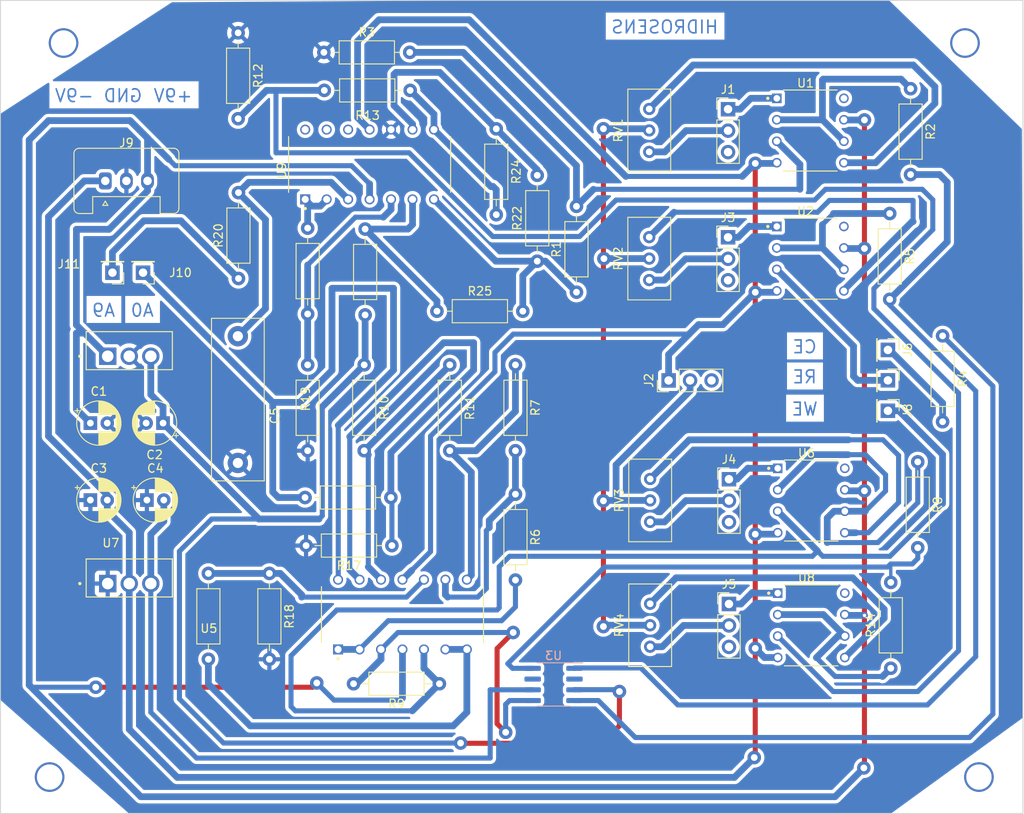
<source format=kicad_pcb>
(kicad_pcb (version 20221018) (generator pcbnew)
  (layers (0 "F.Cu" signal) (31 "B.Cu" signal) (34 "B.Paste" user) (35 "F.Paste" user) (36 "B.SilkS" user "B.Silkscreen") (37 "F.SilkS" user "F.Silkscreen") (38 "B.Mask" user) (39 "F.Mask" user) (44 "Edge.Cuts" user))
  (net 0 "")
  (net 1 "GND")
  (net 2 "Net-(U1-+)")
  (net 3 "t-")
  (net 4 "t+")
  (net 5 "Net-(U9A-+)")
  (net 6 "Net-(J1-Pin_2)")
  (net 7 "Net-(U2--)")
  (net 8 "Net-(J2-Pin_2)")
  (net 9 "Net-(U1--)")
  (net 10 "Net-(J3-Pin_2)")
  (net 11 "Net-(J4-Pin_2)")
  (net 12 "Net-(U5A--)")
  (net 13 "+5V")
  (net 14 "Net-(U5B--)")
  (net 15 "Net-(J7-Pin_1)")
  (net 16 "Net-(J8-Pin_1)")
  (net 17 "Net-(U5C--)")
  (net 18 "Net-(U3--IN)")
  (net 19 "Net-(U3-RANGE)")
  (net 20 "Net-(U6--)")
  (net 21 "Net-(U5D-+)")
  (net 22 "Net-(U5D--)")
  (net 23 "Net-(U3-OUT)")
  (net 24 "op1_2")
  (net 25 "-9V")
  (net 26 "op1_1")
  (net 27 "op2_2")
  (net 28 "op2_1")
  (net 29 "op3_2")
  (net 30 "op3_1")
  (net 31 "op4_2")
  (net 32 "op4_1")
  (net 33 "+9V")
  (net 36 "Net-(U8-+)")
  (net 37 "Net-(U8--)")
  (net 38 "Net-(U5C-+)")
  (net 39 "-5V")
  (net 40 "Net-(U9B-+)")
  (net 41 "Net-(U9A--)")
  (net 42 "Net-(U9C--)")
  (net 43 "Net-(U9B--)")
  (net 49 "Net-(J10-Pin_1)")
  (net 50 "Net-(J11-Pin_1)")
  (net 51 "Net-(J6-Pin_1)")
  (net 52 "Net-(R11-Pad2)")
  (net 53 "Net-(J5-Pin_2)")
  (net 61 "Net-(U3-+IN)")
  (footprint "Connector_PinHeader_2.54mm:PinHeader_1x03_P2.54mm_Vertical" (layer "F.Cu") (at 175.033806 84.209806)
    (fp_text reference "J3")
    (fp_text value "Conn_01x03")
  )
  (footprint "Capacitor_THT:CP_Radial_D5.0mm_P2.00mm" (layer "F.Cu") (at 99.568694 106.192306)
    (fp_text reference "C1")
    (fp_text value "0.3uF")
  )
  (footprint "Potentiometer_THT:Potentiometer_Bourns_3296W_Vertical" (layer "F.Cu") (at 165.703806 84.184806 90)
    (fp_text reference "RV2")
    (fp_text value "R_Potentiometer_Trim")
  )
  (footprint "Capacitor_THT:CP_Radial_D5.0mm_P2.00mm" (layer "F.Cu") (at 106.258694 115.302306)
    (fp_text reference "C4")
    (fp_text value "0.3uF")
  )
  (footprint "Resistor_THT:R_Axial_DIN0207_L6.3mm_D2.5mm_P10.16mm_Horizontal" (layer "F.Cu") (at 142.103806 99.299806 -90)
    (fp_text reference "R11")
    (fp_text value "1K")
  )
  (footprint "Resistor_THT:R_Axial_DIN0207_L6.3mm_D2.5mm_P10.16mm_Horizontal" (layer "F.Cu") (at 113.533806 123.982306 -90)
    (fp_text reference "R16")
    (fp_text value "1K")
  )
  (footprint "lm741:DIP794W45P254L959H508Q8" (layer "F.Cu") (at 184.773806 86.734806)
    (fp_text reference "U2")
    (fp_text value "LM741")
  )
  (footprint "Resistor_THT:R_Axial_DIN0207_L6.3mm_D2.5mm_P10.16mm_Horizontal" (layer "F.Cu") (at 200.423806 95.869806 -90)
    (fp_text reference "R4")
    (fp_text value "2.2K")
  )
  (footprint "Connector_PinHeader_2.54mm:PinHeader_1x03_P2.54mm_Vertical" (layer "F.Cu") (at 167.998806 101.144806 90)
    (fp_text reference "J2")
    (fp_text value "Conn_01x03")
  )
  (footprint "Resistor_THT:R_Axial_DIN0207_L6.3mm_D2.5mm_P10.16mm_Horizontal" (layer "F.Cu") (at 149.873806 99.299806 -90)
    (fp_text reference "R7")
    (fp_text value "1K")
  )
  (footprint "Resistor_THT:R_Axial_DIN0207_L6.3mm_D2.5mm_P10.16mm_Horizontal" (layer "F.Cu") (at 117.053806 60.009806 -90)
    (fp_text reference "R12")
    (fp_text value "4.7K")
  )
  (footprint "Capacitor_THT:C_Rect_L19.0mm_W6.0mm_P15.00mm_MKS4" (layer "F.Cu") (at 117.023806 95.909806 -90)
    (fp_text reference "C5")
    (fp_text value "470nF")
  )
  (footprint "lm741:DIP794W45P254L959H508Q8" (layer "F.Cu") (at 184.882556 115.354806)
    (fp_text reference "U6")
    (fp_text value "LM741")
  )
  (footprint "Resistor_THT:R_Axial_DIN0207_L6.3mm_D2.5mm_P10.16mm_Horizontal" (layer "F.Cu") (at 157.093806 90.699806 90)
    (fp_text reference "R1")
    (fp_text value "4.7K")
  )
  (footprint "Resistor_THT:R_Axial_DIN0207_L6.3mm_D2.5mm_P10.16mm_Horizontal" (layer "F.Cu") (at 147.603806 71.369806 -90)
    (fp_text reference "R24")
    (fp_text value "1K")
  )
  (footprint "Resistor_THT:R_Axial_DIN0207_L6.3mm_D2.5mm_P10.16mm_Horizontal" (layer "F.Cu") (at 149.873806 114.609806 -90)
    (fp_text reference "R6")
    (fp_text value "1K")
  )
  (footprint "Resistor_THT:R_Axial_DIN0207_L6.3mm_D2.5mm_P10.16mm_Horizontal" (layer "F.Cu") (at 124.973806 114.999806)
    (fp_text reference "R15")
    (fp_text value "1.17K")
  )
  (footprint "Resistor_THT:R_Axial_DIN0207_L6.3mm_D2.5mm_P10.16mm_Horizontal" (layer "F.Cu") (at 137.413806 66.819806 180)
    (fp_text reference "R13")
    (fp_text value "4.7K")
  )
  (footprint "Resistor_THT:R_Axial_DIN0207_L6.3mm_D2.5mm_P10.16mm_Horizontal" (layer "F.Cu") (at 135.253806 120.687806 180)
    (fp_text reference "R17")
    (fp_text value "1K")
  )
  (footprint "Connector_PinHeader_2.54mm:PinHeader_1x01_P2.54mm_Vertical" (layer "F.Cu") (at 193.953806 101.134806 -90)
    (fp_text reference "J7" hide)
    (fp_text value "Conn_01x01")
  )
  (footprint "Resistor_THT:R_Axial_DIN0207_L6.3mm_D2.5mm_P10.16mm_Horizontal" (layer "F.Cu") (at 140.583806 92.949806)
    (fp_text reference "R25")
    (fp_text value "330")
  )
  (footprint "Connector_Stocko:Stocko_MKS_1653-6-0-303_1x3_P2.50mm_Vertical" (layer "F.Cu") (at 101.333806 77.529806)
    (fp_text reference "J9")
    (fp_text value "Conn_01x03")
  )
  (footprint "Resistor_THT:R_Axial_DIN0207_L6.3mm_D2.5mm_P10.16mm_Horizontal" (layer "F.Cu") (at 140.873806 137.039806 180)
    (fp_text reference "R9")
    (fp_text value "2.2K")
  )
  (footprint "Resistor_THT:R_Axial_DIN0207_L6.3mm_D2.5mm_P10.16mm_Horizontal" (layer "F.Cu") (at 194.292556 135.204806 90)
    (fp_text reference "R14")
    (fp_text value "10K")
  )
  (footprint "Connector_PinHeader_2.54mm:PinHeader_1x01_P2.54mm_Vertical" (layer "F.Cu") (at 105.801306 88.389806 180)
    (fp_text reference "J10")
    (fp_text value "PIN_A0")
  )
  (footprint "Resistor_THT:R_Axial_DIN0207_L6.3mm_D2.5mm_P10.16mm_Horizontal" (layer "F.Cu") (at 196.633806 66.619806 -90)
    (fp_text reference "R2")
    (fp_text value "10K")
  )
  (footprint "Resistor_THT:R_Axial_DIN0207_L6.3mm_D2.5mm_P10.16mm_Horizontal" (layer "F.Cu") (at 132.083806 93.389806 90)
    (fp_text reference "R23")
    (fp_text value "1K")
  )
  (footprint "Resistor_THT:R_Axial_DIN0207_L6.3mm_D2.5mm_P10.16mm_Horizontal" (layer "F.Cu") (at 120.753806 123.982306 -90)
    (fp_text reference "R18")
    (fp_text value "1K")
  )
  (footprint "Connector_PinHeader_2.54mm:PinHeader_1x01_P2.54mm_Vertical" (layer "F.Cu") (at 193.953806 97.534806 -90)
    (fp_text reference "J6")
    (fp_text value "Conn_01x01")
  )
  (footprint "Potentiometer_THT:Potentiometer_Bourns_3296W_Vertical" (layer "F.Cu") (at 165.812556 127.574806 90)
    (fp_text reference "RV4")
    (fp_text value "R_Potentiometer_Trim")
  )
  (footprint "Resistor_THT:R_Axial_DIN0207_L6.3mm_D2.5mm_P10.16mm_Horizontal" (layer "F.Cu") (at 127.203806 62.319806)
    (fp_text reference "R3")
    (fp_text value "4.7K")
  )
  (footprint "Resistor_THT:R_Axial_DIN0207_L6.3mm_D2.5mm_P10.16mm_Horizontal" (layer "F.Cu") (at 194.163806 81.389806 -90)
    (fp_text reference "R5")
    (fp_text value "10K")
  )
  (footprint "Resistor_THT:R_Axial_DIN0207_L6.3mm_D2.5mm_P10.16mm_Horizontal" (layer "F.Cu") (at 131.973806 99.299806 -90)
    (fp_text reference "R10")
    (fp_text value "3.3K")
  )
  (footprint "Connector_PinHeader_2.54mm:PinHeader_1x01_P2.54mm_Vertical" (layer "F.Cu") (at 102.181306 88.389806 180)
    (fp_text reference "J11")
    (fp_text value "PIN_09")
  )
  (footprint "Capacitor_THT:CP_Radial_D5.0mm_P2.00mm" (layer "F.Cu") (at 99.568694 115.302306)
    (fp_text reference "C3")
    (fp_text value "0.3uF")
  )
  (footprint "lm324:DIP825W47P254L1917H533Q14" (layer "F.Cu") (at 136.503806 128.849806 90)
    (fp_text reference "U5")
    (fp_text value "LM324")
  )
  (footprint "Resistor_THT:R_Axial_DIN0207_L6.3mm_D2.5mm_P10.16mm_Horizontal" (layer "F.Cu") (at 125.283806 83.119806 -90)
    (fp_text reference "R21")
    (fp_text value "2.4K")
  )
  (footprint "Capacitor_THT:CP_Radial_D5.0mm_P2.00mm" (layer "F.Cu") (at 108.168919 106.192306 180)
    (fp_text reference "C2")
    (fp_text value "0.3uF")
  )
  (footprint "lm741:DIP794W45P254L959H508Q8" (layer "F.Cu") (at 184.882556 130.124806)
    (fp_text reference "U8")
    (fp_text value "LM741")
  )
  (footprint "lm324:DIP825W47P254L1917H533Q14" (layer "F.Cu") (at 132.613806 75.587306 90)
    (fp_text reference "U9")
    (fp_text value "LM324")
  )
  (footprint "Connector_PinHeader_2.54mm:PinHeader_1x01_P2.54mm_Vertical" (layer "F.Cu") (at 193.953806 104.734806 -90)
    (fp_text reference "J8")
    (fp_text value "Conn_01x01")
  )
  (footprint "Resistor_THT:R_Axial_DIN0207_L6.3mm_D2.5mm_P10.16mm_Horizontal" (layer "F.Cu") (at 125.283806 99.299806 -90)
    (fp_text reference "R19")
    (fp_text value "1K")
  )
  (footprint "Potentiometer_THT:Potentiometer_Bourns_3296W_Vertical" (layer "F.Cu") (at 165.703806 69.01814 90)
    (fp_text reference "RV1")
    (fp_text value "R_Potentiometer_Trim")
  )
  (footprint "lm741:DIP794W45P254L959H508Q8" (layer "F.Cu") (at 184.773806 71.56814)
    (fp_text reference "U1")
    (fp_text value "LM741")
  )
  (footprint "Potentiometer_THT:Potentiometer_Bourns_3296W_Vertical" (layer "F.Cu") (at 165.812556 112.804806 90)
    (fp_text reference "RV3")
    (fp_text value "R_Potentiometer_Trim")
  )
  (footprint "Connector_PinHeader_2.54mm:PinHeader_1x03_P2.54mm_Vertical" (layer "F.Cu") (at 175.142556 112.829806)
    (fp_text reference "J4")
    (fp_text value "Conn_01x03")
  )
  (footprint "Resistor_THT:R_Axial_DIN0207_L6.3mm_D2.5mm_P10.16mm_Horizontal" (layer "F.Cu") (at 117.093806 89.079806 90)
    (fp_text reference "R20")
    (fp_text value "10K")
  )
  (footprint "Resistor_THT:R_Axial_DIN0207_L6.3mm_D2.5mm_P10.16mm_Horizontal" (layer "F.Cu") (at 152.453806 87.029806 90)
    (fp_text reference "R22")
    (fp_text value "1K")
  )
  (footprint "l7805:TO255P1020X450X2000-3" (layer "F.Cu") (at 104.171306 97.619806)
    (fp_text reference "U4")
    (fp_text value "L7805")
  )
  (footprint "l7805:TO255P1020X450X2000-3" (layer "F.Cu") (at 104.171306 124.519806)
    (fp_text reference "U7")
    (fp_text value "L7905")
  )
  (footprint "Connector_PinHeader_2.54mm:PinHeader_1x03_P2.54mm_Vertical" (layer "F.Cu") (at 175.033806 69.04314)
    (fp_text reference "J1")
    (fp_text value "Conn_01x03")
  )
  (footprint "Resistor_THT:R_Axial_DIN0207_L6.3mm_D2.5mm_P10.16mm_Horizontal" (layer "F.Cu") (at 197.483806 110.781806 -90)
    (fp_text reference "R8")
    (fp_text value "10K")
  )
  (footprint "Connector_PinHeader_2.54mm:PinHeader_1x03_P2.54mm_Vertical" (layer "F.Cu") (at 175.142556 127.599806)
    (fp_text reference "J5")
    (fp_text value "Conn_01x03")
  )
  (footprint "Package_SO:SOIC-8_3.9x4.9mm_P1.27mm" (layer "B.Cu") (at 154.383806 137.119806 180)
    (fp_text reference "U3")
    (fp_text value "AD8138")
  )
  (gr_rect (start 88.923806 56.171806) (end 209.929806 152.388806) (stroke (width 0.1)) (fill none) (layer "Edge.Cuts"))
  (gr_text "WE" (at 185.759035 105.41) (layer "B.Cu") (effects (font (size 1.5 1.5) (thickness 0.1875)) (justify left bottom mirror)))
  (gr_text "A9" (at 102.616 93.726) (layer "B.Cu") (effects (font (size 1.5 1.5) (thickness 0.1875)) (justify left bottom mirror)))
  (gr_text "HIDROSENS" (at 173.99 60.198) (layer "B.Cu") (effects (font (size 1.5 1.5) (thickness 0.1875)) (justify left bottom mirror)))
  (gr_text "-9V" (at 100.076 68.326) (layer "B.Cu") (effects (font (size 1.5 1.5) (thickness 0.1875)) (justify left bottom mirror)))
  (gr_text "GND" (at 105.832178 68.326) (layer "B.Cu") (effects (font (size 1.5 1.5) (thickness 0.1875)) (justify left bottom mirror)))
  (gr_text "A0" (at 107.188 93.726) (layer "B.Cu") (effects (font (size 1.5 1.5) (thickness 0.1875)) (justify left bottom mirror)))
  (gr_text "+9V" (at 111.76 68.326) (layer "B.Cu") (effects (font (size 1.5 1.5) (thickness 0.1875)) (justify left bottom mirror)))
  (gr_text "CE" (at 185.651892 98.044) (layer "B.Cu") (effects (font (size 1.5 1.5) (thickness 0.1875)) (justify left bottom mirror)))
  (gr_text "RE" (at 185.651892 101.6) (layer "B.Cu") (effects (font (size 1.5 1.5) (thickness 0.1875)) (justify left bottom mirror)))
  (via (at 94.742 148.082) (size 3.5) (drill 3) (layers "F.Cu" "B.Cu") (net 0))
  (via (at 204.724 148.082) (size 3.5) (drill 3) (layers "F.Cu" "B.Cu") (net 0))
  (via (at 203.073 61.214) (size 3.5) (drill 3) (layers "F.Cu" "B.Cu") (net 0))
  (via (at 96.393 61.214) (size 3.5) (drill 3) (layers "F.Cu" "B.Cu") (net 0))
  (segment (start 137.363806 62.319806) (end 143.687806 62.319806) (width 0.8) (layer "B.Cu") (net 2))
  (segment (start 159.109806 78.523806) (end 157.093806 80.539806) (width 0.8) (layer "B.Cu") (net 2))
  (segment (start 143.687806 62.319806) (end 157.093806 75.725806) (width 0.8) (layer "B.Cu") (net 2))
  (segment (start 183.533806 75.56814) (end 183.533806 78.523806) (width 0.8) (layer "B.Cu") (net 2))
  (segment (start 157.093806 75.725806) (end 157.093806 80.539806) (width 0.8) (layer "B.Cu") (net 2))
  (segment (start 180.803806 72.83814) (end 183.533806 75.56814) (width 0.8) (layer "B.Cu") (net 2))
  (segment (start 183.533806 78.523806) (end 159.109806 78.523806) (width 0.6) (layer "B.Cu") (net 2))
  (segment (start 146.973806 78.199806) (end 147.233806 78.199806) (width 0.8) (layer "B.Cu") (net 3))
  (segment (start 140.233806 69.639806) (end 140.233806 71.459806) (width 0.8) (layer "B.Cu") (net 3))
  (segment (start 140.233806 71.459806) (end 146.973806 78.199806) (width 0.8) (layer "B.Cu") (net 3))
  (segment (start 147.233806 78.199806) (end 147.603806 78.569806) (width 0.8) (layer "B.Cu") (net 3))
  (segment (start 147.603806 78.569806) (end 147.603806 81.529806) (width 0.8) (layer "B.Cu") (net 3))
  (segment (start 137.413806 66.819806) (end 140.233806 69.639806) (width 0.8) (layer "B.Cu") (net 3))
  (segment (start 157.093806 90.699806) (end 153.423806 87.029806) (width 0.8) (layer "B.Cu") (net 4))
  (segment (start 150.743806 92.949806) (end 150.743806 88.739806) (width 0.8) (layer "B.Cu") (net 4))
  (segment (start 150.743806 88.739806) (end 152.453806 87.029806) (width 0.8) (layer "B.Cu") (net 4))
  (segment (start 140.233806 79.714806) (end 147.548806 87.029806) (width 0.8) (layer "B.Cu") (net 4))
  (segment (start 147.548806 87.029806) (end 152.453806 87.029806) (width 0.8) (layer "B.Cu") (net 4))
  (segment (start 153.423806 87.029806) (end 152.453806 87.029806) (width 0.8) (layer "B.Cu") (net 4))
  (segment (start 130.073806 79.714806) (end 128.058806 77.699806) (width 0.8) (layer "B.Cu") (net 5))
  (segment (start 118.313806 77.699806) (end 117.093806 78.919806) (width 0.8) (layer "B.Cu") (net 5))
  (segment (start 128.058806 77.699806) (end 118.313806 77.699806) (width 0.8) (layer "B.Cu") (net 5))
  (segment (start 120.293806 92.639806) (end 117.023806 95.909806) (width 0.8) (layer "B.Cu") (net 5))
  (segment (start 120.293806 82.119806) (end 120.293806 92.639806) (width 0.8) (layer "B.Cu") (net 5))
  (segment (start 117.093806 78.919806) (end 120.293806 82.119806) (width 0.8) (layer "B.Cu") (net 5))
  (segment (start 170.060472 71.58314) (end 175.033806 71.58314) (width 0.8) (layer "B.Cu") (net 6))
  (segment (start 165.703806 74.09814) (end 167.545472 74.09814) (width 0.8) (layer "B.Cu") (net 6))
  (segment (start 167.545472 74.09814) (end 170.060472 71.58314) (width 0.8) (layer "B.Cu") (net 6))
  (segment (start 180.803806 85.464806) (end 186.203806 85.464806) (width 0.8) (layer "B.Cu") (net 7))
  (segment (start 194.163806 81.389806) (end 187.513806 81.389806) (width 0.8) (layer "B.Cu") (net 7))
  (segment (start 186.203806 82.699806) (end 186.203806 85.464806) (width 0.8) (layer "B.Cu") (net 7))
  (segment (start 187.513806 81.389806) (end 186.203806 82.699806) (width 0.6) (layer "B.Cu") (net 7))
  (segment (start 186.203806 85.464806) (end 188.743806 88.004806) (width 0.8) (layer "B.Cu") (net 7))
  (segment (start 160.283806 114.929806) (end 160.283806 86.789804) (width 0.6) (layer "F.Cu") (net 8))
  (segment (start 160.343804 86.729804) (end 160.343806 86.729804) (width 0.6) (layer "F.Cu") (net 8))
  (segment (start 160.223806 86.609806) (end 160.343804 86.729804) (width 0.6) (layer "F.Cu") (net 8))
  (segment (start 160.283806 86.789804) (end 160.343806 86.729804) (width 0.6) (layer "F.Cu") (net 8))
  (segment (start 160.283806 71.359806) (end 160.283806 86.609806) (width 0.6) (layer "F.Cu") (net 8))
  (segment (start 160.283806 114.929806) (end 160.283806 115.389806) (width 0.6) (layer "F.Cu") (net 8))
  (segment (start 160.283806 130.269804) (end 160.283804 130.269806) (width 0.6) (layer "F.Cu") (net 8))
  (segment (start 160.283806 114.929806) (end 160.283806 130.269804) (width 0.6) (layer "F.Cu") (net 8))
  (via (at 160.343806 86.729804) (size 1.6) (drill 0.8) (layers "F.Cu" "B.Cu") (net 8))
  (via (at 160.283806 71.359806) (size 1.6) (drill 0.8) (layers "F.Cu" "B.Cu") (net 8))
  (via (at 160.283804 130.269806) (size 1.6) (drill 0.8) (layers "F.Cu" "B.Cu") (net 8))
  (via (at 160.283806 115.389806) (size 1.6) (drill 0.8) (layers "F.Cu" "B.Cu") (net 8))
  (segment (start 161.783806 115.344806) (end 160.328806 115.344806) (width 0.8) (layer "B.Cu") (net 8))
  (segment (start 160.348804 86.724806) (end 160.343806 86.729804) (width 0.8) (layer "B.Cu") (net 8))
  (segment (start 160.438804 130.114806) (end 160.283804 130.269806) (width 0.8) (layer "B.Cu") (net 8))
  (segment (start 170.538806 101.144806) (end 170.538806 102.384806) (width 0.8) (layer "B.Cu") (net 8))
  (segment (start 165.505472 71.359806) (end 165.703806 71.55814) (width 0.8) (layer "B.Cu") (net 8))
  (segment (start 160.283806 71.359806) (end 165.505472 71.359806) (width 0.8) (layer "B.Cu") (net 8))
  (segment (start 165.812556 130.114806) (end 160.438804 130.114806) (width 0.8) (layer "B.Cu") (net 8))
  (segment (start 161.783806 111.139806) (end 161.783806 115.344806) (width 0.8) (layer "B.Cu") (net 8))
  (segment (start 165.812556 115.344806) (end 161.783806 115.344806) (width 0.8) (layer "B.Cu") (net 8))
  (segment (start 165.703806 86.724806) (end 160.348804 86.724806) (width 0.8) (layer "B.Cu") (net 8))
  (segment (start 160.328806 115.344806) (end 160.283806 115.389806) (width 0.8) (layer "B.Cu") (net 8))
  (segment (start 170.538806 102.384806) (end 161.783806 111.139806) (width 0.8) (layer "B.Cu") (net 8))
  (segment (start 186.203806 70.29814) (end 188.743806 72.83814) (width 0.8) (layer "B.Cu") (net 9))
  (segment (start 186.203806 65.579806) (end 186.293806 65.489806) (width 0.8) (layer "B.Cu") (net 9))
  (segment (start 180.803806 70.29814) (end 186.203806 70.29814) (width 0.8) (layer "B.Cu") (net 9))
  (segment (start 186.293806 65.489806) (end 195.503806 65.489806) (width 0.8) (layer "B.Cu") (net 9))
  (segment (start 186.203806 70.29814) (end 186.203806 65.579806) (width 0.8) (layer "B.Cu") (net 9))
  (segment (start 195.503806 65.489806) (end 196.633806 66.619806) (width 0.8) (layer "B.Cu") (net 9))
  (segment (start 167.498806 89.264806) (end 170.013806 86.749806) (width 0.8) (layer "B.Cu") (net 10))
  (segment (start 165.703806 89.264806) (end 167.498806 89.264806) (width 0.8) (layer "B.Cu") (net 10))
  (segment (start 170.013806 86.749806) (end 175.033806 86.749806) (width 0.8) (layer "B.Cu") (net 10))
  (segment (start 170.033806 115.369806) (end 175.142556 115.369806) (width 0.8) (layer "B.Cu") (net 11))
  (segment (start 167.518806 117.884806) (end 170.033806 115.369806) (width 0.8) (layer "B.Cu") (net 11))
  (segment (start 165.812556 117.884806) (end 167.518806 117.884806) (width 0.8) (layer "B.Cu") (net 11))
  (segment (start 134.823306 129.577806) (end 131.423806 132.977306) (width 0.6) (layer "B.Cu") (net 12))
  (segment (start 128.883806 132.977306) (end 131.423806 132.977306) (width 0.8) (layer "B.Cu") (net 12))
  (segment (start 148.235806 129.577806) (end 134.823306 129.577806) (width 0.6) (layer "B.Cu") (net 12))
  (segment (start 149.873806 124.769806) (end 149.873806 127.939806) (width 0.6) (layer "B.Cu") (net 12))
  (segment (start 149.873806 127.939806) (end 148.235806 129.577806) (width 0.6) (layer "B.Cu") (net 12))
  (segment (start 143.411306 144.085306) (end 143.381806 144.055806) (width 0.6) (layer "F.Cu") (net 13))
  (segment (start 160.116306 144.085306) (end 143.411306 144.085306) (width 0.6) (layer "F.Cu") (net 13))
  (segment (start 162.177806 137.959806) (end 162.177806 142.023806) (width 0.6) (layer "F.Cu") (net 13))
  (segment (start 162.177806 142.023806) (end 160.116306 144.085306) (width 0.6) (layer "F.Cu") (net 13))
  (via (at 143.381806 144.055806) (size 1.6) (drill 0.8) (layers "F.Cu" "B.Cu") (net 13))
  (via (at 162.177806 137.959806) (size 1.6) (drill 0.8) (layers "F.Cu" "B.Cu") (net 13))
  (segment (start 131.973806 99.299806) (end 127.013806 104.259806) (width 0.8) (layer "B.Cu") (net 13))
  (segment (start 106.721306 102.807306) (end 108.168919 104.254919) (width 0.8) (layer "B.Cu") (net 13))
  (segment (start 106.721306 98.282306) (end 106.721306 102.807306) (width 0.8) (layer "B.Cu") (net 13))
  (segment (start 161.957806 137.739806) (end 162.177806 137.959806) (width 0.6) (layer "B.Cu") (net 13))
  (segment (start 110.107806 121.365806) (end 110.107806 138.833808) (width 0.6) (layer "B.Cu") (net 13))
  (segment (start 156.873806 137.739806) (end 161.957806 137.739806) (width 0.6) (layer "B.Cu") (net 13))
  (segment (start 132.083806 93.389806) (end 132.083806 99.189806) (width 0.8) (layer "B.Cu") (net 13))
  (segment (start 110.107806 138.833808) (end 115.329804 144.055806) (width 0.6) (layer "B.Cu") (net 13))
  (segment (start 126.633307 117.540305) (end 119.516918 117.540305) (width 0.8) (layer "B.Cu") (net 13))
  (segment (start 113.933307 117.540305) (end 110.107806 121.365806) (width 0.6) (layer "B.Cu") (net 13))
  (segment (start 119.516918 117.540305) (end 113.933307 117.540305) (width 0.6) (layer "B.Cu") (net 13))
  (segment (start 115.329804 144.055806) (end 143.381804 144.055806) (width 0.6) (layer "B.Cu") (net 13))
  (segment (start 108.168919 104.254919) (end 108.168919 106.192306) (width 0.8) (layer "B.Cu") (net 13))
  (segment (start 119.516918 117.540305) (end 108.168919 106.192306) (width 0.8) (layer "B.Cu") (net 13))
  (segment (start 127.013806 117.159806) (end 126.633307 117.540305) (width 0.6) (layer "B.Cu") (net 13))
  (segment (start 132.083806 99.189806) (end 131.973806 99.299806) (width 0.8) (layer "B.Cu") (net 13))
  (segment (start 127.013806 104.259806) (end 127.013806 117.159806) (width 0.6) (layer "B.Cu") (net 13))
  (segment (start 156.858806 137.754806) (end 156.873806 137.739806) (width 0.6) (layer "B.Cu") (net 13))
  (segment (start 144.123806 140.409806) (end 144.123806 132.977306) (width 0.8) (layer "B.Cu") (net 14))
  (segment (start 141.583806 132.977306) (end 144.123806 132.977306) (width 0.8) (layer "B.Cu") (net 14))
  (segment (start 113.533806 137.067806) (end 118.489806 142.023806) (width 0.8) (layer "B.Cu") (net 14))
  (segment (start 118.489806 142.023806) (end 142.509806 142.023806) (width 0.8) (layer "B.Cu") (net 14))
  (segment (start 142.509806 142.023806) (end 144.123806 140.409806) (width 0.8) (layer "B.Cu") (net 14))
  (segment (start 113.533806 134.142306) (end 113.533806 137.067806) (width 0.8) (layer "B.Cu") (net 14))
  (segment (start 189.883806 100.641806) (end 190.376806 101.134806) (width 0.8) (layer "B.Cu") (net 15))
  (segment (start 180.803806 88.004806) (end 189.883806 97.084806) (width 0.8) (layer "B.Cu") (net 15))
  (segment (start 190.376806 101.134806) (end 193.953806 101.134806) (width 0.8) (layer "B.Cu") (net 15))
  (segment (start 189.883806 97.084806) (end 189.883806 100.641806) (width 0.8) (layer "B.Cu") (net 15))
  (segment (start 123.823806 140.245806) (end 137.667806 140.245806) (width 0.6) (layer "B.Cu") (net 16))
  (segment (start 185.627057 121.339307) (end 185.008558 121.957806) (width 0.6) (layer "B.Cu") (net 16))
  (segment (start 200.415307 109.903307) (end 200.415307 115.724305) (width 0.8) (layer "B.Cu") (net 16))
  (segment (start 147.953806 123.179806) (end 147.953806 128.049806) (width 0.6) (layer "B.Cu") (net 16))
  (segment (start 197.104806 119.034806) (end 194.181806 121.957806) (width 0.6) (layer "B.Cu") (net 16))
  (segment (start 195.246806 104.734806) (end 200.415307 109.903307) (width 0.8) (layer "B.Cu") (net 16))
  (segment (start 186.245556 121.957806) (end 185.627057 121.339307) (width 0.6) (layer "B.Cu") (net 16))
  (segment (start 139.043806 135.209806) (end 140.873806 137.039806) (width 0.8) (layer "B.Cu") (net 16))
  (segment (start 194.181806 121.957806) (end 186.245556 121.957806) (width 0.6) (layer "B.Cu") (net 16))
  (segment (start 185.627057 121.339307) (end 180.912556 116.624806) (width 0.8) (layer "B.Cu") (net 16))
  (segment (start 149.175806 121.957806) (end 147.953806 123.179806) (width 0.6) (layer "B.Cu") (net 16))
  (segment (start 185.008558 121.957806) (end 149.175806 121.957806) (width 0.6) (layer "B.Cu") (net 16))
  (segment (start 128.735806 128.307806) (end 123.315806 133.727806) (width 0.6) (layer "B.Cu") (net 16))
  (segment (start 123.315806 133.727806) (end 123.315806 139.737806) (width 0.6) (layer "B.Cu") (net 16))
  (segment (start 193.953806 104.734806) (end 195.246806 104.734806) (width 0.8) (layer "B.Cu") (net 16))
  (segment (start 147.953806 128.049806) (end 147.695806 128.307806) (width 0.6) (layer "B.Cu") (net 16))
  (segment (start 140.873806 137.039806) (end 137.667806 140.245806) (width 0.8) (layer "B.Cu") (net 16))
  (segment (start 200.415307 115.724305) (end 197.104806 119.034806) (width 0.6) (layer "B.Cu") (net 16))
  (segment (start 139.043806 132.977306) (end 139.043806 135.209806) (width 0.8) (layer "B.Cu") (net 16))
  (segment (start 147.695806 128.307806) (end 128.735806 128.307806) (width 0.6) (layer "B.Cu") (net 16))
  (segment (start 123.315806 139.737806) (end 123.823806 140.245806) (width 0.6) (layer "B.Cu") (net 16))
  (segment (start 146.429806 118.909808) (end 146.777808 118.561806) (width 0.6) (layer "B.Cu") (net 17))
  (segment (start 141.583806 126.509806) (end 141.857806 126.783806) (width 0.8) (layer "B.Cu") (net 17))
  (segment (start 145.413806 126.783806) (end 146.429806 125.767806) (width 0.6) (layer "B.Cu") (net 17))
  (segment (start 146.777808 117.705804) (end 146.777808 118.561806) (width 0.8) (layer "B.Cu") (net 17))
  (segment (start 146.429806 125.767806) (end 146.429806 118.909808) (width 0.6) (layer "B.Cu") (net 17))
  (segment (start 141.583806 124.722306) (end 141.583806 126.509806) (width 0.8) (layer "B.Cu") (net 17))
  (segment (start 149.873806 114.609806) (end 146.777808 117.705804) (width 0.8) (layer "B.Cu") (net 17))
  (segment (start 141.857806 126.783806) (end 145.413806 126.783806) (width 0.6) (layer "B.Cu") (net 17))
  (segment (start 149.873806 114.609806) (end 149.873806 109.459806) (width 0.8) (layer "B.Cu") (net 17))
  (segment (start 194.163806 91.549806) (end 200.973307 84.740305) (width 0.8) (layer "B.Cu") (net 18))
  (segment (start 200.973307 77.695307) (end 200.057806 76.779806) (width 0.8) (layer "B.Cu") (net 18))
  (segment (start 204.341806 133.831806) (end 198.624305 139.549307) (width 0.6) (layer "B.Cu") (net 18))
  (segment (start 194.163806 91.549806) (end 194.163806 92.221806) (width 0.6) (layer "B.Cu") (net 18))
  (segment (start 200.057806 76.779806) (end 196.633806 76.779806) (width 0.8) (layer "B.Cu") (net 18))
  (segment (start 198.624305 139.549307) (end 169.091716 139.549307) (width 0.6) (layer "B.Cu") (net 18))
  (segment (start 156.907806 135.165806) (end 156.858806 135.214806) (width 0.6) (layer "B.Cu") (net 18))
  (segment (start 164.708215 135.165806) (end 156.907806 135.165806) (width 0.6) (layer "B.Cu") (net 18))
  (segment (start 169.091716 139.549307) (end 164.708215 135.165806) (width 0.6) (layer "B.Cu") (net 18))
  (segment (start 194.163806 92.221806) (end 204.341806 102.399806) (width 0.6) (layer "B.Cu") (net 18))
  (segment (start 200.973307 84.740305) (end 200.973307 77.695307) (width 0.8) (layer "B.Cu") (net 18))
  (segment (start 204.341806 102.399806) (end 204.341806 133.831806) (width 0.6) (layer "B.Cu") (net 18))
  (segment (start 159.686806 139.024806) (end 156.858806 139.024806) (width 0.6) (layer "B.Cu") (net 19))
  (segment (start 200.423806 95.869806) (end 206.373806 101.819806) (width 0.6) (layer "B.Cu") (net 19))
  (segment (start 164.061806 143.399806) (end 159.686806 139.024806) (width 0.6) (layer "B.Cu") (net 19))
  (segment (start 206.373806 140.627145) (end 203.601145 143.399806) (width 0.6) (layer "B.Cu") (net 19))
  (segment (start 206.373806 101.819806) (end 206.373806 140.627145) (width 0.6) (layer "B.Cu") (net 19))
  (segment (start 203.601145 143.399806) (end 164.061806 143.399806) (width 0.6) (layer "B.Cu") (net 19))
  (segment (start 188.852556 116.624806) (end 191.278282 116.624806) (width 0.8) (layer "B.Cu") (net 20))
  (segment (start 186.773806 120.329806) (end 192.761806 120.329806) (width 0.6) (layer "B.Cu") (net 20))
  (segment (start 186.773806 117.427806) (end 187.576806 116.624806) (width 0.8) (layer "B.Cu") (net 20))
  (segment (start 191.278282 116.624806) (end 193.673806 114.229282) (width 0.6) (layer "B.Cu") (net 20))
  (segment (start 186.773806 120.329806) (end 186.773806 117.427806) (width 0.8) (layer "B.Cu") (net 20))
  (segment (start 192.761806 120.329806) (end 197.483806 115.607806) (width 0.6) (layer "B.Cu") (net 20))
  (segment (start 193.673806 112.305806) (end 191.297806 109.929806) (width 0.6) (layer "B.Cu") (net 20))
  (segment (start 193.673806 114.229282) (end 193.673806 112.305806) (width 0.6) (layer "B.Cu") (net 20))
  (segment (start 187.576806 116.624806) (end 188.852556 116.624806) (width 0.8) (layer "B.Cu") (net 20))
  (segment (start 191.297806 109.929806) (end 189.243806 109.929806) (width 0.6) (layer "B.Cu") (net 20))
  (segment (start 185.067556 109.929806) (end 180.912556 114.084806) (width 0.8) (layer "B.Cu") (net 20))
  (segment (start 197.483806 115.607806) (end 197.483806 110.781806) (width 0.6) (layer "B.Cu") (net 20))
  (segment (start 189.243806 109.929806) (end 185.067556 109.929806) (width 0.8) (layer "B.Cu") (net 20))
  (segment (start 142.103806 99.359806) (end 142.103806 99.299806) (width 0.8) (layer "B.Cu") (net 21))
  (segment (start 131.973806 109.459806) (end 132.459806 109.945806) (width 0.8) (layer "B.Cu") (net 21))
  (segment (start 132.003806 109.459806) (end 142.103806 99.359806) (width 0.8) (layer "B.Cu") (net 21))
  (segment (start 132.459806 123.218306) (end 133.963806 124.722306) (width 0.8) (layer "B.Cu") (net 21))
  (segment (start 132.459806 109.945806) (end 132.459806 123.218306) (width 0.6) (layer "B.Cu") (net 21))
  (segment (start 131.973806 109.459806) (end 132.003806 109.459806) (width 0.8) (layer "B.Cu") (net 21))
  (segment (start 135.253806 115.119806) (end 135.133806 114.999806) (width 0.6) (layer "B.Cu") (net 22))
  (segment (start 144.923806 99.899806) (end 135.133806 109.689806) (width 0.8) (layer "B.Cu") (net 22))
  (segment (start 135.253806 120.687806) (end 135.253806 115.119806) (width 0.6) (layer "B.Cu") (net 22))
  (segment (start 130.263806 123.562306) (end 130.263806 107.799806) (width 0.6) (layer "B.Cu") (net 22))
  (segment (start 130.263806 107.799806) (end 141.383806 96.679806) (width 0.8) (layer "B.Cu") (net 22))
  (segment (start 141.383806 96.679806) (end 144.923806 96.679806) (width 0.8) (layer "B.Cu") (net 22))
  (segment (start 135.133806 109.689806) (end 135.133806 114.999806) (width 0.8) (layer "B.Cu") (net 22))
  (segment (start 144.923806 96.679806) (end 144.923806 99.899806) (width 0.8) (layer "B.Cu") (net 22))
  (segment (start 131.423806 124.722306) (end 130.263806 123.562306) (width 0.8) (layer "B.Cu") (net 22))
  (segment (start 147.699806 132.879806) (end 149.604806 130.974806) (width 0.6) (layer "F.Cu") (net 23))
  (segment (start 147.699806 141.769806) (end 147.699806 132.879806) (width 0.6) (layer "F.Cu") (net 23))
  (segment (start 148.715806 142.785806) (end 147.699806 141.769806) (width 0.6) (layer "F.Cu") (net 23))
  (via (at 149.604806 130.974806) (size 1.6) (drill 0.8) (layers "F.Cu" "B.Cu") (net 23))
  (via (at 148.715806 142.785806) (size 1.6) (drill 0.8) (layers "F.Cu" "B.Cu") (net 23))
  (segment (start 133.963806 132.977306) (end 135.966306 130.974806) (width 0.6) (layer "B.Cu") (net 23))
  (segment (start 149.174806 139.024806) (end 148.715806 139.483806) (width 0.6) (layer "B.Cu") (net 23))
  (segment (start 148.715806 139.483806) (end 148.715806 142.785806) (width 0.6) (layer "B.Cu") (net 23))
  (segment (start 130.713806 137.039806) (end 131.083806 137.039806) (width 0.8) (layer "B.Cu") (net 23))
  (segment (start 133.963806 134.159806) (end 133.963806 132.977306) (width 0.8) (layer "B.Cu") (net 23))
  (segment (start 135.966306 130.974806) (end 149.604806 130.974806) (width 0.6) (layer "B.Cu") (net 23))
  (segment (start 131.083806 137.039806) (end 133.963806 134.159806) (width 0.8) (layer "B.Cu") (net 23))
  (segment (start 151.908806 139.024806) (end 149.174806 139.024806) (width 0.6) (layer "B.Cu") (net 23))
  (segment (start 199.509806 68.369806) (end 192.501472 75.37814) (width 0.8) (layer "B.Cu") (net 24))
  (segment (start 199.509806 66.375806) (end 199.509806 68.369806) (width 0.8) (layer "B.Cu") (net 24))
  (segment (start 170.90214 63.819806) (end 196.953806 63.819806) (width 0.8) (layer "B.Cu") (net 24))
  (segment (start 165.703806 69.01814) (end 170.90214 63.819806) (width 0.8) (layer "B.Cu") (net 24))
  (segment (start 192.501472 75.37814) (end 188.743806 75.37814) (width 0.8) (layer "B.Cu") (net 24))
  (segment (start 196.953806 63.819806) (end 199.509806 66.375806) (width 0.8) (layer "B.Cu") (net 24))
  (segment (start 178.253806 132.850306) (end 178.253806 145.649806) (width 0.6) (layer "F.Cu") (net 25))
  (segment (start 178.253806 145.649806) (end 178.133806 145.769806) (width 0.6) (layer "F.Cu") (net 25))
  (segment (start 178.253806 119.339806) (end 178.253806 90.709806) (width 0.6) (layer "F.Cu") (net 25))
  (segment (start 178.253806 119.339806) (end 178.253806 132.850306) (width 0.6) (layer "F.Cu") (net 25))
  (segment (start 178.253806 90.709806) (end 178.253806 75.459806) (width 0.6) (layer "F.Cu") (net 25))
  (via (at 178.253806 90.709806) (size 1.6) (drill 0.8) (layers "F.Cu" "B.Cu") (net 25))
  (via (at 178.133806 145.769806) (size 1.6) (drill 0.8) (layers "F.Cu" "B.Cu") (net 25))
  (via (at 178.253806 75.459806) (size 1.6) (drill 0.8) (layers "F.Cu" "B.Cu") (net 25))
  (via (at 178.253806 132.850306) (size 1.6) (drill 0.8) (layers "F.Cu" "B.Cu") (net 25))
  (via (at 178.253806 119.339806) (size 1.6) (drill 0.8) (layers "F.Cu" "B.Cu") (net 25))
  (segment (start 133.729806 58.457806) (end 131.189806 60.997806) (width 0.8) (layer "B.Cu") (net 25))
  (segment (start 180.912556 133.934806) (end 179.338306 133.934806) (width 0.8) (layer "B.Cu") (net 25))
  (segment (start 139.825806 121.400306) (end 139.825806 107.733806) (width 0.6) (layer "B.Cu") (net 25))
  (segment (start 131.189806 60.997806) (end 131.189806 70.035806) (width 0.8) (layer "B.Cu") (net 25))
  (segment (start 101.333806 77.529806) (end 98.853314 77.529806) (width 0.8) (layer "B.Cu") (net 25))
  (segment (start 167.998806 98.084806) (end 167.998806 101.144806) (width 0.8) (layer "B.Cu") (net 25))
  (segment (start 94.613806 81.769314) (end 94.613806 107.747418) (width 0.8) (layer "B.Cu") (net 25))
  (segment (start 176.713806 76.999806) (end 162.939806 76.999806) (width 0.6) (layer "B.Cu") (net 25))
  (segment (start 180.638806 90.709806) (end 180.803806 90.544806) (width 0.8) (layer "B.Cu") (net 25))
  (segment (start 94.613806 107.747418) (end 101.568694 114.702306) (width 0.8) (layer "B.Cu") (net 25))
  (segment (start 178.253806 90.709806) (end 180.638806 90.709806) (width 0.8) (layer "B.Cu") (net 25))
  (segment (start 104.171306 125.182306) (end 104.171306 142.437306) (width 0.8) (layer "B.Cu") (net 25))
  (segment (start 178.253806 90.709806) (end 174.423806 94.539806) (width 0.8) (layer "B.Cu") (net 25))
  (segment (start 170.423806 95.659806) (end 167.998806 98.084806) (width 0.8) (layer "B.Cu") (net 25))
  (segment (start 131.189806 70.035806) (end 132.613806 71.459806) (width 0.8) (layer "B.Cu") (net 25))
  (segment (start 109.853806 148.119806) (end 175.783806 148.119806) (width 0.8) (layer "B.Cu") (net 25))
  (segment (start 98.853314 77.529806) (end 94.613806 81.769314) (width 0.8) (layer "B.Cu") (net 25))
  (segment (start 180.737556 119.339806) (end 180.912556 119.164806) (width 0.8) (layer "B.Cu") (net 25))
  (segment (start 149.613806 95.659806) (end 170.423806 95.659806) (width 0.6) (layer "B.Cu") (net 25))
  (segment (start 180.72214 75.459806) (end 180.803806 75.37814) (width 0.8) (layer "B.Cu") (net 25))
  (segment (start 179.338306 133.934806) (end 178.253806 132.850306) (width 0.8) (layer "B.Cu") (net 25))
  (segment (start 136.503806 124.722306) (end 137.593806 123.632306) (width 0.8) (layer "B.Cu") (net 25))
  (segment (start 147.445806 97.827806) (end 149.613806 95.659806) (width 0.6) (layer "B.Cu") (net 25))
  (segment (start 101.568694 116.554694) (end 101.568694 115.302306) (width 0.8) (layer "B.Cu") (net 25))
  (segment (start 178.253806 119.339806) (end 180.737556 119.339806) (width 0.8) (layer "B.Cu") (net 25))
  (segment (start 178.253806 75.459806) (end 176.713806 76.999806) (width 0.8) (layer "B.Cu") (net 25))
  (segment (start 144.397806 58.457806) (end 133.729806 58.457806) (width 0.8) (layer "B.Cu") (net 25))
  (segment (start 137.593806 123.632306) (end 139.825806 121.400306) (width 0.6) (layer "B.Cu") (net 25))
  (segment (start 104.171306 125.182306) (end 104.171306 119.157306) (width 0.8) (layer "B.Cu") (net 25))
  (segment (start 162.939806 76.999806) (end 144.397806 58.457806) (width 0.8) (layer "B.Cu") (net 25))
  (segment (start 175.783806 148.119806) (end 178.133806 145.769806) (width 0.8) (layer "B.Cu") (net 25))
  (segment (start 104.171306 142.437306) (end 109.853806 148.119806) (width 0.8) (layer "B.Cu") (net 25))
  (segment (start 104.171306 119.157306) (end 101.568694 116.554694) (width 0.8) (layer "B.Cu") (net 25))
  (segment (start 147.445806 100.113806) (end 147.445806 97.827806) (width 0.6) (layer "B.Cu") (net 25))
  (segment (start 101.568694 114.702306) (end 101.568694 115.302306) (width 0.8) (layer "B.Cu") (net 25))
  (segment (start 139.825806 107.733806) (end 147.445806 100.113806) (width 0.6) (layer "B.Cu") (net 25))
  (segment (start 174.423806 94.539806) (end 171.543806 94.539806) (width 0.8) (layer "B.Cu") (net 25))
  (segment (start 178.253806 75.459806) (end 180.72214 75.459806) (width 0.8) (layer "B.Cu") (net 25))
  (segment (start 171.543806 94.539806) (end 170.423806 95.659806) (width 0.8) (layer "B.Cu") (net 25))
  (segment (start 177.735472 67.75814) (end 180.803806 67.75814) (width 0.8) (layer "B.Cu") (net 26))
  (segment (start 175.033806 69.04314) (end 176.450472 69.04314) (width 0.8) (layer "B.Cu") (net 26))
  (segment (start 176.450472 69.04314) (end 177.735472 67.75814) (width 0.8) (layer "B.Cu") (net 26))
  (segment (start 196.933806 79.839806) (end 187.023806 79.839806) (width 0.6) (layer "B.Cu") (net 27))
  (segment (start 196.933806 82.354806) (end 196.933806 79.839806) (width 0.6) (layer "B.Cu") (net 27))
  (segment (start 168.648806 81.239806) (end 165.703806 84.184806) (width 0.8) (layer "B.Cu") (net 27))
  (segment (start 185.623806 81.239806) (end 168.648806 81.239806) (width 0.6) (layer "B.Cu") (net 27))
  (segment (start 188.743806 90.544806) (end 188.743806 90.428306) (width 0.8) (layer "B.Cu") (net 27))
  (segment (start 196.817306 82.354806) (end 196.933806 82.354806) (width 0.8) (layer "B.Cu") (net 27))
  (segment (start 187.023806 79.839806) (end 185.623806 81.239806) (width 0.6) (layer "B.Cu") (net 27))
  (segment (start 188.743806 90.428306) (end 196.817306 82.354806) (width 0.8) (layer "B.Cu") (net 27))
  (segment (start 175.033806 84.209806) (end 176.233806 84.209806) (width 0.8) (layer "B.Cu") (net 28))
  (segment (start 177.553806 82.889806) (end 177.588806 82.924806) (width 0.8) (layer "B.Cu") (net 28))
  (segment (start 177.588806 82.924806) (end 180.803806 82.924806) (width 0.8) (layer "B.Cu") (net 28))
  (segment (start 176.233806 84.209806) (end 177.553806 82.889806) (width 0.8) (layer "B.Cu") (net 28))
  (segment (start 191.640806 119.164806) (end 195.215298 115.590314) (width 0.6) (layer "B.Cu") (net 29))
  (segment (start 170.447057 108.170305) (end 165.812556 112.804806) (width 0.8) (layer "B.Cu") (net 29))
  (segment (start 190.15179 119.164806) (end 191.640806 119.164806) (width 0.6) (layer "B.Cu") (net 29))
  (segment (start 195.215298 110.019806) (end 193.365797 108.170305) (width 0.6) (layer "B.Cu") (net 29))
  (segment (start 195.215298 115.590314) (end 195.215298 110.019806) (width 0.6) (layer "B.Cu") (net 29))
  (segment (start 188.852556 119.164806) (end 190.15179 119.164806) (width 0.8) (layer "B.Cu") (net 29))
  (segment (start 189.284305 108.170305) (end 170.447057 108.170305) (width 0.8) (layer "B.Cu") (net 29))
  (segment (start 193.365797 108.170305) (end 189.284305 108.170305) (width 0.6) (layer "B.Cu") (net 29))
  (segment (start 175.142556 112.829806) (end 176.083806 112.829806) (width 0.8) (layer "B.Cu") (net 30))
  (segment (start 177.383806 111.529806) (end 177.398806 111.544806) (width 0.8) (layer "B.Cu") (net 30))
  (segment (start 176.083806 112.829806) (end 177.383806 111.529806) (width 0.8) (layer "B.Cu") (net 30))
  (segment (start 177.398806 111.544806) (end 180.912556 111.544806) (width 0.8) (layer "B.Cu") (net 30))
  (segment (start 189.781806 124.497806) (end 168.889556 124.497806) (width 0.8) (layer "B.Cu") (net 31))
  (segment (start 188.852556 133.934806) (end 193.513806 129.273556) (width 0.8) (layer "B.Cu") (net 31))
  (segment (start 168.889556 124.497806) (end 165.812556 127.574806) (width 0.8) (layer "B.Cu") (net 31))
  (segment (start 193.513806 128.229806) (end 189.781806 124.497806) (width 0.8) (layer "B.Cu") (net 31))
  (segment (start 193.513806 129.273556) (end 193.513806 128.229806) (width 0.8) (layer "B.Cu") (net 31))
  (segment (start 175.142556 127.599806) (end 176.553806 127.599806) (width 0.8) (layer "B.Cu") (net 32))
  (segment (start 176.553806 127.599806) (end 177.913806 126.239806) (width 0.8) (layer "B.Cu") (net 32))
  (segment (start 177.913806 126.239806) (end 177.988806 126.314806) (width 0.8) (layer "B.Cu") (net 32))
  (segment (start 177.988806 126.314806) (end 180.912556 126.314806) (width 0.8) (layer "B.Cu") (net 32))
  (segment (start 125.855806 137.451806) (end 126.363806 136.943806) (width 0.6) (layer "F.Cu") (net 33))
  (segment (start 191.173806 146.929806) (end 191.103806 146.999806) (width 0.6) (layer "F.Cu") (net 33))
  (segment (start 100.201806 137.451806) (end 125.855806 137.451806) (width 0.6) (layer "F.Cu") (net 33))
  (segment (start 191.173806 85.529806) (end 191.173806 114.209806) (width 0.6) (layer "F.Cu") (net 33))
  (segment (start 191.173806 114.209806) (end 191.173806 128.949806) (width 0.6) (layer "F.Cu") (net 33))
  (segment (start 191.173806 128.949806) (end 191.173806 146.929806) (width 0.6) (layer "F.Cu") (net 33))
  (segment (start 191.173806 70.319806) (end 191.173806 85.529806) (width 0.6) (layer "F.Cu") (net 33))
  (via (at 191.173806 128.949806) (size 0.8) (drill 0.4) (layers "F.Cu" "B.Cu") (net 33))
  (via (at 126.363806 136.943806) (size 1.6) (drill 0.8) (layers "F.Cu" "B.Cu") (net 33))
  (via (at 191.173806 70.319806) (size 1.6) (drill 0.8) (layers "F.Cu" "B.Cu") (net 33))
  (via (at 100.201806 137.451806) (size 1.6) (drill 0.8) (layers "F.Cu" "B.Cu") (net 33))
  (via (at 191.103806 146.999806) (size 1.6) (drill 0.8) (layers "F.Cu" "B.Cu") (net 33))
  (via (at 191.173806 114.209806) (size 1.6) (drill 0.8) (layers "F.Cu" "B.Cu") (net 33))
  (via (at 191.173806 85.529806) (size 1.6) (drill 0.8) (layers "F.Cu" "B.Cu") (net 33))
  (segment (start 188.947556 128.949806) (end 188.852556 128.854806) (width 0.8) (layer "B.Cu") (net 33))
  (segment (start 106.333806 77.529806) (end 106.333806 77.279806) (width 0.8) (layer "B.Cu") (net 33))
  (segment (start 136.503806 138.741806) (end 136.269806 138.975806) (width 0.6) (layer "B.Cu") (net 33))
  (segment (start 92.327806 137.197806) (end 105.535806 150.405806) (width 0.8) (layer "B.Cu") (net 33))
  (segment (start 104.265806 70.395806) (end 94.613806 70.395806) (width 0.8) (layer "B.Cu") (net 33))
  (segment (start 98.880806 95.541806) (end 97.915806 95.541806) (width 0.8) (layer "B.Cu") (net 33))
  (segment (start 94.613806 70.395806) (end 92.327806 72.681806) (width 0.8) (layer "B.Cu") (net 33))
  (segment (start 191.173806 85.529806) (end 188.808806 85.529806) (width 0.8) (layer "B.Cu") (net 33))
  (segment (start 132.613806 77.869806) (end 132.613806 79.714806) (width 0.8) (layer "B.Cu") (net 33))
  (segment (start 191.173806 70.319806) (end 188.765472 70.319806) (width 0.8) (layer "B.Cu") (net 33))
  (segment (start 97.915806 94.576806) (end 98.891306 95.552306) (width 0.8) (layer "B.Cu") (net 33))
  (segment (start 136.503806 138.741806) (end 136.503806 132.977306) (width 0.8) (layer "B.Cu") (net 33))
  (segment (start 188.765472 70.319806) (end 188.743806 70.29814) (width 0.8) (layer "B.Cu") (net 33))
  (segment (start 101.783806 83.259806) (end 97.915806 83.259806) (width 0.8) (layer "B.Cu") (net 33))
  (segment (start 92.327806 72.681806) (end 92.327806 137.197806) (width 0.8) (layer "B.Cu") (net 33))
  (segment (start 104.419806 70.549806) (end 108.840305 74.970305) (width 0.8) (layer "B.Cu") (net 33))
  (segment (start 130.473806 75.729806) (end 132.613806 77.869806) (width 0.6) (layer "B.Cu") (net 33))
  (segment (start 108.840305 74.970305) (end 109.599806 75.729806) (width 0.6) (layer "B.Cu") (net 33))
  (segment (start 97.915806 104.539418) (end 99.568694 106.192306) (width 0.8) (layer "B.Cu") (net 33))
  (segment (start 191.173806 114.209806) (end 188.977556 114.209806) (width 0.8) (layer "B.Cu") (net 33))
  (segment (start 104.419806 70.549806) (end 104.265806 70.395806) (width 0.8) (layer "B.Cu") (net 33))
  (segment (start 109.599806 75.729806) (end 130.473806 75.729806) (width 0.6) (layer "B.Cu") (net 33))
  (segment (start 100.201806 137.451806) (end 92.581806 137.451806) (width 0.6) (layer "B.Cu") (net 33))
  (segment (start 106.333806 78.709806) (end 101.783806 83.259806) (width 0.8) (layer "B.Cu") (net 33))
  (segment (start 136.269806 138.975806) (end 128.395806 138.975806) (width 0.6) (layer "B.Cu") (net 33))
  (segment (start 97.915806 95.541806) (end 97.915806 104.539418) (width 0.8) (layer "B.Cu") (net 33))
  (segment (start 187.697806 150.405806) (end 191.103806 146.999806) (width 0.8) (layer "B.Cu") (net 33))
  (segment (start 105.535806 150.405806) (end 187.697806 150.405806) (width 0.8) (layer "B.Cu") (net 33))
  (segment (start 191.173806 128.949806) (end 188.947556 128.949806) (width 0.8) (layer "B.Cu") (net 33))
  (segment (start 98.891306 95.552306) (end 101.621306 98.282306) (width 0.8) (layer "B.Cu") (net 33))
  (segment (start 188.977556 114.209806) (end 188.852556 114.084806) (width 0.8) (layer "B.Cu") (net 33))
  (segment (start 97.915806 83.259806) (end 97.915806 94.576806) (width 0.8) (layer "B.Cu") (net 33))
  (segment (start 106.333806 77.529806) (end 106.333806 78.709806) (width 0.8) (layer "B.Cu") (net 33))
  (segment (start 128.395806 138.975806) (end 126.363806 136.943806) (width 0.6) (layer "B.Cu") (net 33))
  (segment (start 92.581806 137.451806) (end 92.327806 137.197806) (width 0.6) (layer "B.Cu") (net 33))
  (segment (start 106.333806 77.279806) (end 106.333806 72.463806) (width 0.8) (layer "B.Cu") (net 33))
  (segment (start 188.808806 85.529806) (end 188.743806 85.464806) (width 0.8) (layer "B.Cu") (net 33))
  (segment (start 106.333806 72.463806) (end 104.419806 70.549806) (width 0.8) (layer "B.Cu") (net 33))
  (segment (start 98.891306 95.552306) (end 98.880806 95.541806) (width 0.8) (layer "B.Cu") (net 33))
  (segment (start 185.293547 79.793806) (end 186.563547 78.523806) (width 0.6) (layer "B.Cu") (net 36))
  (segment (start 121.533806 66.819806) (end 127.253806 66.819806) (width 0.8) (layer "B.Cu") (net 36))
  (segment (start 187.477556 137.959806) (end 180.912556 131.394806) (width 0.6) (layer "B.Cu") (net 36))
  (segment (start 186.563547 78.523806) (end 198.020559 78.523806) (width 0.6) (layer "B.Cu") (net 36))
  (segment (start 121.533806 74.205806) (end 137.285806 74.205806) (width 0.6) (layer "B.Cu") (net 36))
  (segment (start 120.403806 66.819806) (end 121.533806 66.819806) (width 0.8) (layer "B.Cu") (net 36))
  (segment (start 147.191806 84.111806) (end 157.461806 84.111806) (width 0.6) (layer "B.Cu") (net 36))
  (segment (start 199.261806 83.301806) (end 192.293806 90.269806) (width 0.6) (layer "B.Cu") (net 36))
  (segment (start 198.020559 78.523806) (end 199.261806 79.765053) (width 0.6) (layer "B.Cu") (net 36))
  (segment (start 192.293806 90.269806) (end 192.293806 92.637806) (width 0.6) (layer "B.Cu") (net 36))
  (segment (start 137.285806 74.205806) (end 147.191806 84.111806) (width 0.6) (layer "B.Cu") (net 36))
  (segment (start 157.461806 84.111806) (end 161.779806 79.793806) (width 0.6) (layer "B.Cu") (net 36))
  (segment (start 161.779806 79.793806) (end 185.293547 79.793806) (width 0.6) (layer "B.Cu") (net 36))
  (segment (start 199.261806 79.765053) (end 199.261806 83.301806) (width 0.6) (layer "B.Cu") (net 36))
  (segment (start 202.309806 102.653806) (end 202.309806 133.133806) (width 0.6) (layer "B.Cu") (net 36))
  (segment (start 202.309806 133.133806) (end 197.483806 137.959806) (width 0.6) (layer "B.Cu") (net 36))
  (segment (start 192.293806 92.637806) (end 202.309806 102.653806) (width 0.6) (layer "B.Cu") (net 36))
  (segment (start 197.483806 137.959806) (end 187.477556 137.959806) (width 0.6) (layer "B.Cu") (net 36))
  (segment (start 121.533806 66.819806) (end 121.533806 74.205806) (width 0.6) (layer "B.Cu") (net 36))
  (segment (start 117.053806 70.169806) (end 120.403806 66.819806) (width 0.8) (layer "B.Cu") (net 36))
  (segment (start 188.046806 131.394806) (end 185.487806 133.953806) (width 0.8) (layer "B.Cu") (net 37))
  (segment (start 185.487806 133.953806) (end 187.715806 136.181806) (width 0.6) (layer "B.Cu") (net 37))
  (segment (start 180.912556 128.854806) (end 186.312556 128.854806) (width 0.8) (layer "B.Cu") (net 37))
  (segment (start 193.315556 136.181806) (end 194.292556 135.204806) (width 0.8) (layer "B.Cu") (net 37))
  (segment (start 186.312556 128.854806) (end 188.852556 131.394806) (width 0.8) (layer "B.Cu") (net 37))
  (segment (start 187.715806 136.181806) (end 193.315556 136.181806) (width 0.6) (layer "B.Cu") (net 37))
  (segment (start 188.852556 131.394806) (end 188.046806 131.394806) (width 0.8) (layer "B.Cu") (net 37))
  (segment (start 124.571307 126.515307) (end 124.571307 126.783805) (width 0.8) (layer "B.Cu") (net 38))
  (segment (start 113.533806 123.982306) (end 120.753806 123.982306) (width 0.8) (layer "B.Cu") (net 38))
  (segment (start 120.753806 123.982306) (end 122.038306 123.982306) (width 0.8) (layer "B.Cu") (net 38))
  (segment (start 122.038306 123.982306) (end 124.571307 126.515307) (width 0.8) (layer "B.Cu") (net 38))
  (segment (start 139.043806 124.722306) (end 136.982306 126.783806) (width 0.6) (layer "B.Cu") (net 38))
  (segment (start 136.982306 126.783806) (end 124.571307 126.783805) (width 0.6) (layer "B.Cu") (net 38))
  (segment (start 112.139806 145.833806) (end 146.883806 145.833806) (width 0.6) (layer "B.Cu") (net 39))
  (segment (start 106.721306 125.182306) (end 106.721306 140.415306) (width 0.6) (layer "B.Cu") (net 39))
  (segment (start 146.883806 137.754806) (end 151.908806 137.754806) (width 0.6) (layer "B.Cu") (net 39))
  (segment (start 106.721306 140.415306) (end 112.139806 145.833806) (width 0.6) (layer "B.Cu") (net 39))
  (segment (start 108.258694 117.814918) (end 108.258694 115.302306) (width 0.8) (layer "B.Cu") (net 39))
  (segment (start 146.883806 145.833806) (end 146.883806 137.754806) (width 0.6) (layer "B.Cu") (net 39))
  (segment (start 106.721306 125.182306) (end 106.721306 119.352306) (width 0.8) (layer "B.Cu") (net 39))
  (segment (start 106.721306 119.352306) (end 108.258694 117.814918) (width 0.8) (layer "B.Cu") (net 39))
  (segment (start 125.283806 93.279806) (end 125.283806 99.299806) (width 0.8) (layer "B.Cu") (net 40))
  (segment (start 135.153806 79.714806) (end 135.153806 80.909806) (width 0.8) (layer "B.Cu") (net 40))
  (segment (start 135.153806 80.909806) (end 134.237806 81.825806) (width 0.8) (layer "B.Cu") (net 40))
  (segment (start 125.283806 87.477806) (end 125.283806 93.279806) (width 0.8) (layer "B.Cu") (net 40))
  (segment (start 130.935806 81.825806) (end 134.237806 81.825806) (width 0.6) (layer "B.Cu") (net 40))
  (segment (start 125.283806 87.477806) (end 130.935806 81.825806) (width 0.6) (layer "B.Cu") (net 40))
  (segment (start 125.283806 80.004806) (end 124.993806 79.714806) (width 0.8) (layer "B.Cu") (net 41))
  (segment (start 126.77497 80.514307) (end 125.752642 80.514307) (width 0.8) (layer "B.Cu") (net 41))
  (segment (start 124.993806 79.755471) (end 124.993806 79.714806) (width 0.8) (layer "B.Cu") (net 41))
  (segment (start 127.533806 79.755471) (end 126.77497 80.514307) (width 0.8) (layer "B.Cu") (net 41))
  (segment (start 127.533806 79.714806) (end 127.533806 79.755471) (width 0.8) (layer "B.Cu") (net 41))
  (segment (start 125.283806 83.119806) (end 125.283806 80.004806) (width 0.8) (layer "B.Cu") (net 41))
  (segment (start 125.752642 80.514307) (end 124.993806 79.755471) (width 0.8) (layer "B.Cu") (net 41))
  (segment (start 135.507806 68.617806) (end 137.693806 70.803806) (width 0.8) (layer "B.Cu") (net 42))
  (segment (start 135.733806 64.689806) (end 135.507806 64.915806) (width 0.8) (layer "B.Cu") (net 42))
  (segment (start 152.453806 76.219806) (end 152.453806 76.869806) (width 0.8) (layer "B.Cu") (net 42))
  (segment (start 147.603806 71.369806) (end 140.923806 64.689806) (width 0.8) (layer "B.Cu") (net 42))
  (segment (start 137.693806 70.803806) (end 137.693806 71.459806) (width 0.8) (layer "B.Cu") (net 42))
  (segment (start 135.507806 64.915806) (end 135.507806 68.617806) (width 0.8) (layer "B.Cu") (net 42))
  (segment (start 140.923806 64.689806) (end 135.733806 64.689806) (width 0.8) (layer "B.Cu") (net 42))
  (segment (start 147.603806 71.369806) (end 152.453806 76.219806) (width 0.8) (layer "B.Cu") (net 42))
  (segment (start 140.583806 92.949806) (end 140.583806 91.729806) (width 0.8) (layer "B.Cu") (net 43))
  (segment (start 137.151806 83.229806) (end 137.693806 82.687806) (width 0.8) (layer "B.Cu") (net 43))
  (segment (start 140.583806 91.729806) (end 132.083806 83.229806) (width 0.8) (layer "B.Cu") (net 43))
  (segment (start 137.693806 82.687806) (end 137.693806 79.714806) (width 0.8) (layer "B.Cu") (net 43))
  (segment (start 132.083806 83.229806) (end 137.151806 83.229806) (width 0.8) (layer "B.Cu") (net 43))
  (segment (start 128.903806 106.463806) (end 135.443806 99.923806) (width 0.8) (layer "B.Cu") (net 49))
  (segment (start 128.883806 124.722306) (end 128.903806 124.702306) (width 0.8) (layer "B.Cu") (net 49))
  (segment (start 135.443806 90.239806) (end 128.163806 90.239806) (width 0.8) (layer "B.Cu") (net 49))
  (segment (start 128.163806 99.949806) (end 124.371306 103.742306) (width 0.8) (layer "B.Cu") (net 49))
  (segment (start 105.801306 88.389806) (end 121.153806 103.742306) (width 0.8) (layer "B.Cu") (net 49))
  (segment (start 121.813806 114.999806) (end 121.153806 114.339806) (width 0.8) (layer "B.Cu") (net 49))
  (segment (start 124.371306 103.742306) (end 121.153806 103.742306) (width 0.8) (layer "B.Cu") (net 49))
  (segment (start 121.153806 114.339806) (end 121.153806 103.742306) (width 0.8) (layer "B.Cu") (net 49))
  (segment (start 128.903806 124.702306) (end 128.903806 106.463806) (width 0.6) (layer "B.Cu") (net 49))
  (segment (start 128.163806 90.239806) (end 128.163806 99.949806) (width 0.8) (layer "B.Cu") (net 49))
  (segment (start 124.973806 114.999806) (end 121.813806 114.999806) (width 0.8) (layer "B.Cu") (net 49))
  (segment (start 135.443806 99.923806) (end 135.443806 90.239806) (width 0.8) (layer "B.Cu") (net 49))
  (segment (start 110.263806 82.249806) (end 105.893806 82.249806) (width 0.8) (layer "B.Cu") (net 50))
  (segment (start 102.181306 85.962306) (end 102.181306 88.389806) (width 0.8) (layer "B.Cu") (net 50))
  (segment (start 105.893806 82.249806) (end 102.181306 85.962306) (width 0.8) (layer "B.Cu") (net 50))
  (segment (start 117.093806 89.079806) (end 110.263806 82.249806) (width 0.8) (layer "B.Cu") (net 50))
  (segment (start 193.953806 97.534806) (end 194.142806 97.534806) (width 0.8) (layer "B.Cu") (net 51))
  (segment (start 194.142806 97.534806) (end 200.423806 103.815806) (width 0.8) (layer "B.Cu") (net 51))
  (segment (start 200.423806 103.815806) (end 200.423806 106.029806) (width 0.8) (layer "B.Cu") (net 51))
  (segment (start 144.651806 124.194306) (end 144.123806 124.722306) (width 0.8) (layer "B.Cu") (net 52))
  (segment (start 142.103806 109.459806) (end 144.651806 112.007806) (width 0.8) (layer "B.Cu") (net 52))
  (segment (start 149.873806 104.797806) (end 149.873806 99.299806) (width 0.8) (layer "B.Cu") (net 52))
  (segment (start 145.211806 109.459806) (end 149.873806 104.797806) (width 0.8) (layer "B.Cu") (net 52))
  (segment (start 142.103806 109.459806) (end 145.211806 109.459806) (width 0.8) (layer "B.Cu") (net 52))
  (segment (start 144.651806 112.007806) (end 144.651806 124.194306) (width 0.8) (layer "B.Cu") (net 52))
  (segment (start 167.248806 132.654806) (end 169.763806 130.139806) (width 0.8) (layer "B.Cu") (net 53))
  (segment (start 165.812556 132.654806) (end 167.248806 132.654806) (width 0.8) (layer "B.Cu") (net 53))
  (segment (start 169.763806 130.139806) (end 175.142556 130.139806) (width 0.8) (layer "B.Cu") (net 53))
  (segment (start 196.832556 122.863056) (end 197.483806 122.211806) (width 0.6) (layer "B.Cu") (net 61))
  (segment (start 160.399806 123.227806) (end 193.927806 123.227806) (width 0.6) (layer "B.Cu") (net 61))
  (segment (start 151.908806 135.214806) (end 149.526806 135.214806) (width 0.6) (layer "B.Cu") (net 61))
  (segment (start 197.483806 122.211806) (end 197.483806 120.941806) (width 0.6) (layer "B.Cu") (net 61))
  (segment (start 194.292556 125.044806) (end 194.292556 122.863056) (width 0.4) (layer "B.Cu") (net 61))
  (segment (start 148.969806 134.657806) (end 160.399806 123.227806) (width 0.6) (layer "B.Cu") (net 61))
  (segment (start 194.292556 122.863056) (end 196.832556 122.863056) (width 0.6) (layer "B.Cu") (net 61))
  (segment (start 193.927806 123.227806) (end 194.292556 122.863056) (width 0.6) (layer "B.Cu") (net 61))
  (segment (start 149.526806 135.214806) (end 148.969806 134.657806) (width 0.6) (layer "B.Cu") (net 61))
  (zone (net 1) (net_name "GND") (layer "B.Cu") (connect_pads (clearance 0.4)) (min_thickness 0.25) (fill yes (thermal_gap 0.5) (thermal_bridge_width 0.5))
    (polygon (pts (xy 194.056 56.134) (xy 209.804 71.374) (xy 210.058 140.97) (xy 194.31 152.4) (xy 104.14 152.4) (xy 88.9 138.938) (xy 88.9 69.596) (xy 109.22 56.388) (xy 150.876 56.134)))
  )
)
</source>
